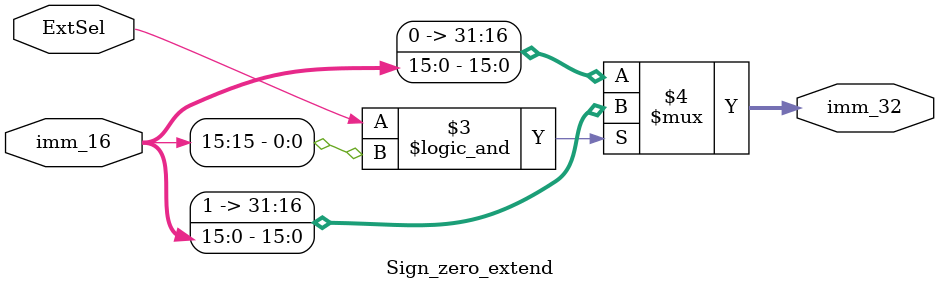
<source format=v>
`timescale 1ns / 1ps


module Sign_zero_extend(
    input [15:0] imm_16,
    input ExtSel,
    output [31:0] imm_32
    );
    assign imm_32=(ExtSel==1'b1 && imm_16[15]==1'b1)?{16'hffff,imm_16}:{16'b0,imm_16};
endmodule

</source>
